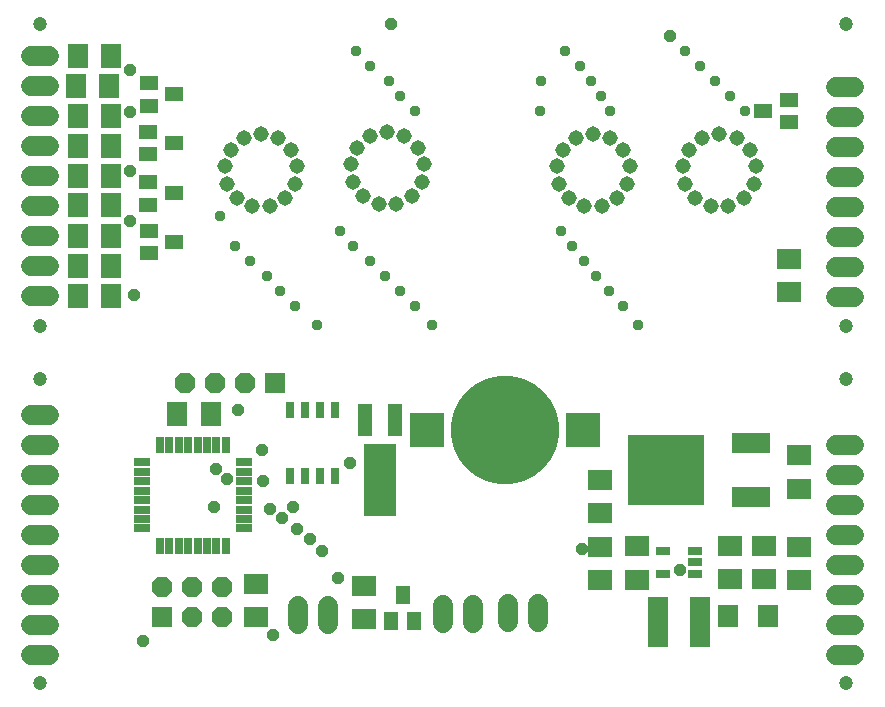
<source format=gts>
G75*
%MOIN*%
%OFA0B0*%
%FSLAX25Y25*%
%IPPOS*%
%LPD*%
%AMOC8*
5,1,8,0,0,1.08239X$1,22.5*
%
%ADD10C,0.04737*%
%ADD11R,0.06312X0.04737*%
%ADD12C,0.05162*%
%ADD13C,0.06800*%
%ADD14R,0.11750X0.11750*%
%ADD15C,0.36233*%
%ADD16R,0.07887X0.07099*%
%ADD17R,0.07099X0.07887*%
%ADD18R,0.03000X0.05800*%
%ADD19R,0.05800X0.03000*%
%ADD20R,0.25209X0.23635*%
%ADD21R,0.12611X0.07099*%
%ADD22R,0.06800X0.06800*%
%ADD23OC8,0.06800*%
%ADD24R,0.04737X0.10643*%
%ADD25R,0.10643X0.24422*%
%ADD26R,0.07898X0.07099*%
%ADD27R,0.04737X0.06312*%
%ADD28R,0.03162X0.05524*%
%ADD29R,0.05131X0.03162*%
%ADD30R,0.06784X0.07414*%
%ADD31R,0.06706X0.16548*%
%ADD32R,0.07099X0.07898*%
%ADD33C,0.03778*%
%ADD34OC8,0.03778*%
D10*
X0016400Y0008700D03*
X0016400Y0110200D03*
X0016400Y0127700D03*
X0016400Y0228500D03*
X0285200Y0228500D03*
X0285200Y0127700D03*
X0285200Y0110200D03*
X0285200Y0008700D03*
D11*
X0061231Y0155700D03*
X0052569Y0151960D03*
X0052569Y0159440D03*
X0052369Y0168160D03*
X0052369Y0175640D03*
X0061031Y0171900D03*
X0052369Y0184960D03*
X0052369Y0192440D03*
X0052569Y0201160D03*
X0052569Y0208640D03*
X0061231Y0204900D03*
X0061031Y0188700D03*
X0257369Y0199300D03*
X0266031Y0195560D03*
X0266031Y0203040D03*
D12*
X0248572Y0190307D03*
X0252944Y0186433D03*
X0255016Y0180971D03*
X0254312Y0175172D03*
X0250993Y0170365D03*
X0245821Y0167650D03*
X0239979Y0167650D03*
X0234807Y0170365D03*
X0231488Y0175172D03*
X0230784Y0180971D03*
X0232856Y0186433D03*
X0237228Y0190307D03*
X0242900Y0191705D03*
X0212916Y0180971D03*
X0212212Y0175172D03*
X0208893Y0170365D03*
X0203721Y0167650D03*
X0197879Y0167650D03*
X0192707Y0170365D03*
X0189388Y0175172D03*
X0188684Y0180971D03*
X0190756Y0186433D03*
X0195128Y0190307D03*
X0200800Y0191705D03*
X0206472Y0190307D03*
X0210844Y0186433D03*
X0144316Y0181671D03*
X0143612Y0175872D03*
X0140293Y0171065D03*
X0135121Y0168350D03*
X0129279Y0168350D03*
X0124107Y0171065D03*
X0120788Y0175872D03*
X0120084Y0181671D03*
X0122156Y0187133D03*
X0126528Y0191007D03*
X0132200Y0192405D03*
X0137872Y0191007D03*
X0142244Y0187133D03*
X0102216Y0180971D03*
X0101512Y0175172D03*
X0098193Y0170365D03*
X0093021Y0167650D03*
X0087179Y0167650D03*
X0082007Y0170365D03*
X0078688Y0175172D03*
X0077984Y0180971D03*
X0080056Y0186433D03*
X0084428Y0190307D03*
X0090100Y0191705D03*
X0095772Y0190307D03*
X0100144Y0186433D03*
D13*
X0019500Y0187700D02*
X0013500Y0187700D01*
X0013500Y0177700D02*
X0019500Y0177700D01*
X0019500Y0167700D02*
X0013500Y0167700D01*
X0013500Y0157700D02*
X0019500Y0157700D01*
X0019500Y0147700D02*
X0013500Y0147700D01*
X0013500Y0137700D02*
X0019500Y0137700D01*
X0019543Y0098059D02*
X0013543Y0098059D01*
X0013543Y0088059D02*
X0019543Y0088059D01*
X0019543Y0078059D02*
X0013543Y0078059D01*
X0013543Y0068059D02*
X0019543Y0068059D01*
X0019543Y0058059D02*
X0013543Y0058059D01*
X0013543Y0048059D02*
X0019543Y0048059D01*
X0019543Y0038059D02*
X0013543Y0038059D01*
X0013543Y0028059D02*
X0019543Y0028059D01*
X0019543Y0018059D02*
X0013543Y0018059D01*
X0102257Y0028441D02*
X0102257Y0034441D01*
X0112257Y0034441D02*
X0112257Y0028441D01*
X0150843Y0028759D02*
X0150843Y0034759D01*
X0160843Y0034759D02*
X0160843Y0028759D01*
X0172543Y0029059D02*
X0172543Y0035059D01*
X0182543Y0035059D02*
X0182543Y0029059D01*
X0281843Y0028059D02*
X0287843Y0028059D01*
X0287843Y0018059D02*
X0281843Y0018059D01*
X0281843Y0038059D02*
X0287843Y0038059D01*
X0287843Y0048059D02*
X0281843Y0048059D01*
X0281843Y0058059D02*
X0287843Y0058059D01*
X0287843Y0068059D02*
X0281843Y0068059D01*
X0281843Y0078059D02*
X0287843Y0078059D01*
X0287843Y0088059D02*
X0281843Y0088059D01*
X0281800Y0137500D02*
X0287800Y0137500D01*
X0287800Y0147500D02*
X0281800Y0147500D01*
X0281800Y0157500D02*
X0287800Y0157500D01*
X0287800Y0167500D02*
X0281800Y0167500D01*
X0281800Y0177500D02*
X0287800Y0177500D01*
X0287800Y0187500D02*
X0281800Y0187500D01*
X0281800Y0197500D02*
X0287800Y0197500D01*
X0287800Y0207500D02*
X0281800Y0207500D01*
X0019500Y0207700D02*
X0013500Y0207700D01*
X0013500Y0197700D02*
X0019500Y0197700D01*
X0019500Y0217700D02*
X0013500Y0217700D01*
D14*
X0145243Y0092959D03*
X0197243Y0092959D03*
D15*
X0171243Y0092959D03*
D16*
X0203043Y0076271D03*
X0203043Y0065247D03*
X0202981Y0054143D03*
X0202981Y0043119D03*
X0257870Y0043424D03*
X0257870Y0054448D03*
X0269322Y0054054D03*
X0269322Y0043031D03*
X0269254Y0073547D03*
X0269254Y0084571D03*
D17*
X0073254Y0098459D03*
X0062231Y0098459D03*
D18*
X0062618Y0088159D03*
X0059469Y0088159D03*
X0056319Y0088159D03*
X0065768Y0088159D03*
X0068917Y0088159D03*
X0072067Y0088159D03*
X0075217Y0088159D03*
X0078366Y0088159D03*
X0078366Y0054359D03*
X0075217Y0054359D03*
X0072067Y0054359D03*
X0068917Y0054359D03*
X0065768Y0054359D03*
X0062618Y0054359D03*
X0059469Y0054359D03*
X0056319Y0054359D03*
D19*
X0050443Y0060235D03*
X0050443Y0063385D03*
X0050443Y0066535D03*
X0050443Y0069684D03*
X0050443Y0072834D03*
X0050443Y0075983D03*
X0050443Y0079133D03*
X0050443Y0082283D03*
X0084243Y0082283D03*
X0084243Y0079133D03*
X0084243Y0075983D03*
X0084243Y0072834D03*
X0084243Y0069684D03*
X0084243Y0066535D03*
X0084243Y0063385D03*
X0084243Y0060235D03*
D20*
X0225072Y0079759D03*
D21*
X0253340Y0070783D03*
X0253340Y0088735D03*
D22*
X0094843Y0108859D03*
X0057043Y0030659D03*
D23*
X0067043Y0030659D03*
X0077043Y0030659D03*
X0077043Y0040659D03*
X0067043Y0040659D03*
X0057043Y0040659D03*
X0064843Y0108859D03*
X0074843Y0108859D03*
X0084843Y0108859D03*
D24*
X0124843Y0096259D03*
X0134843Y0096259D03*
D25*
X0129843Y0076259D03*
D26*
X0124559Y0041134D03*
X0124559Y0029937D03*
X0088541Y0030644D03*
X0088541Y0041841D03*
X0215433Y0043208D03*
X0215433Y0054405D03*
X0246470Y0054535D03*
X0246470Y0043338D03*
X0266200Y0138902D03*
X0266200Y0150098D03*
D27*
X0137243Y0038124D03*
X0140983Y0029462D03*
X0133502Y0029462D03*
D28*
X0114843Y0077735D03*
X0109843Y0077735D03*
X0104843Y0077735D03*
X0099843Y0077735D03*
X0099843Y0099783D03*
X0104843Y0099783D03*
X0109843Y0099783D03*
X0114843Y0099783D03*
D29*
X0224055Y0052676D03*
X0224055Y0045196D03*
X0234685Y0045196D03*
X0234685Y0048936D03*
X0234685Y0052676D03*
D30*
X0245709Y0030905D03*
X0259094Y0030905D03*
D31*
X0236457Y0028936D03*
X0222283Y0028936D03*
D32*
X0040198Y0137600D03*
X0040198Y0147600D03*
X0040198Y0157800D03*
X0029002Y0157800D03*
X0029002Y0147600D03*
X0029002Y0137600D03*
X0029002Y0168100D03*
X0029002Y0177600D03*
X0029002Y0187600D03*
X0029002Y0197600D03*
X0028302Y0207600D03*
X0029002Y0217600D03*
X0040198Y0217600D03*
X0039498Y0207600D03*
X0040198Y0197600D03*
X0040198Y0187600D03*
X0040198Y0177600D03*
X0040198Y0168100D03*
D33*
X0076500Y0164500D03*
X0081500Y0154500D03*
X0086500Y0149500D03*
X0091944Y0144500D03*
X0096500Y0139500D03*
X0101500Y0134500D03*
X0108600Y0128100D03*
X0131500Y0144500D03*
X0126500Y0149500D03*
X0120617Y0154500D03*
X0116257Y0159500D03*
X0136500Y0139500D03*
X0141500Y0134500D03*
X0147162Y0128100D03*
X0190100Y0159500D03*
X0193600Y0154500D03*
X0197900Y0149500D03*
X0201678Y0144500D03*
X0206211Y0139500D03*
X0210717Y0134500D03*
X0215700Y0128100D03*
X0206500Y0199500D03*
X0203384Y0204500D03*
X0200100Y0209500D03*
X0196500Y0214500D03*
X0191500Y0219500D03*
X0183300Y0209500D03*
X0183211Y0199500D03*
X0141263Y0199500D03*
X0136500Y0204500D03*
X0132642Y0209500D03*
X0126500Y0214500D03*
X0121807Y0219500D03*
X0231299Y0219500D03*
X0236500Y0214500D03*
X0241500Y0209500D03*
X0246500Y0204500D03*
X0251253Y0199500D03*
D34*
X0226400Y0224300D03*
X0133300Y0228500D03*
X0046500Y0213100D03*
X0046500Y0199100D03*
X0046500Y0179500D03*
X0046324Y0162700D03*
X0047900Y0138200D03*
X0082484Y0099783D03*
X0090543Y0086259D03*
X0090600Y0075900D03*
X0100643Y0067359D03*
X0097043Y0063759D03*
X0102043Y0060159D03*
X0106343Y0056559D03*
X0110343Y0052659D03*
X0115800Y0043700D03*
X0094100Y0024800D03*
X0050700Y0022700D03*
X0093032Y0066549D03*
X0078700Y0076600D03*
X0075200Y0080100D03*
X0074500Y0067500D03*
X0119843Y0081959D03*
X0197000Y0053500D03*
X0229843Y0046259D03*
M02*

</source>
